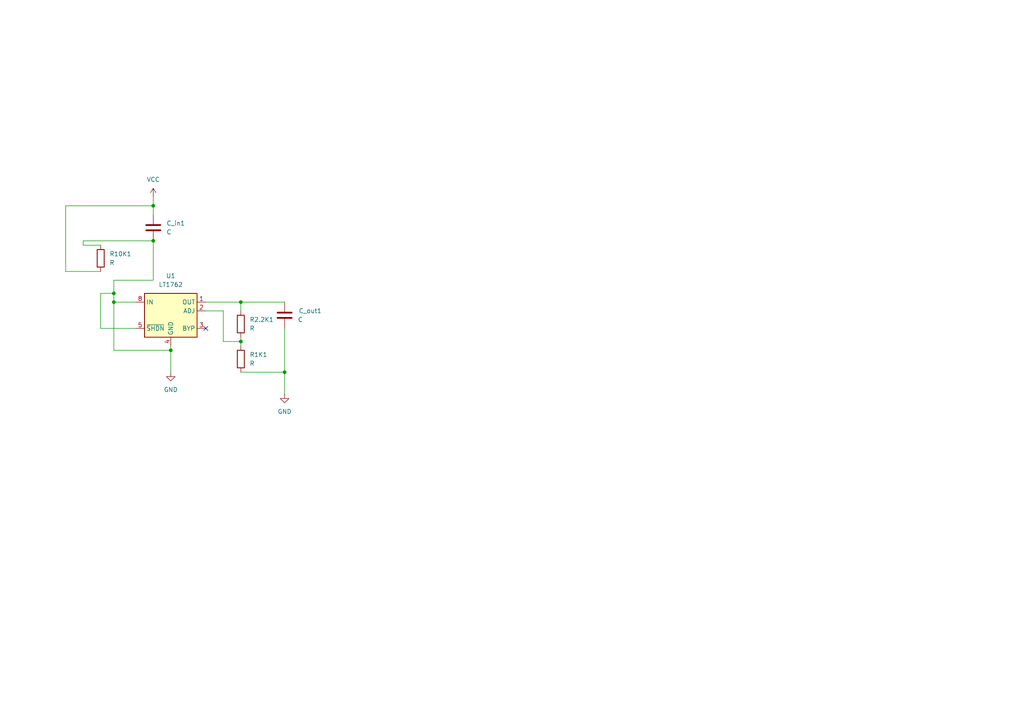
<source format=kicad_sch>
(kicad_sch
	(version 20250114)
	(generator "eeschema")
	(generator_version "9.0")
	(uuid "2c36fee4-2a44-4a35-8ff6-a7462af23801")
	(paper "A4")
	(title_block
		(title " LT1762")
		(date "13/05/25")
	)
	(lib_symbols
		(symbol "Device:C"
			(pin_numbers
				(hide yes)
			)
			(pin_names
				(offset 0.254)
			)
			(exclude_from_sim no)
			(in_bom yes)
			(on_board yes)
			(property "Reference" "C"
				(at 0.635 2.54 0)
				(effects
					(font
						(size 1.27 1.27)
					)
					(justify left)
				)
			)
			(property "Value" "C"
				(at 0.635 -2.54 0)
				(effects
					(font
						(size 1.27 1.27)
					)
					(justify left)
				)
			)
			(property "Footprint" ""
				(at 0.9652 -3.81 0)
				(effects
					(font
						(size 1.27 1.27)
					)
					(hide yes)
				)
			)
			(property "Datasheet" "~"
				(at 0 0 0)
				(effects
					(font
						(size 1.27 1.27)
					)
					(hide yes)
				)
			)
			(property "Description" "Unpolarized capacitor"
				(at 0 0 0)
				(effects
					(font
						(size 1.27 1.27)
					)
					(hide yes)
				)
			)
			(property "ki_keywords" "cap capacitor"
				(at 0 0 0)
				(effects
					(font
						(size 1.27 1.27)
					)
					(hide yes)
				)
			)
			(property "ki_fp_filters" "C_*"
				(at 0 0 0)
				(effects
					(font
						(size 1.27 1.27)
					)
					(hide yes)
				)
			)
			(symbol "C_0_1"
				(polyline
					(pts
						(xy -2.032 0.762) (xy 2.032 0.762)
					)
					(stroke
						(width 0.508)
						(type default)
					)
					(fill
						(type none)
					)
				)
				(polyline
					(pts
						(xy -2.032 -0.762) (xy 2.032 -0.762)
					)
					(stroke
						(width 0.508)
						(type default)
					)
					(fill
						(type none)
					)
				)
			)
			(symbol "C_1_1"
				(pin passive line
					(at 0 3.81 270)
					(length 2.794)
					(name "~"
						(effects
							(font
								(size 1.27 1.27)
							)
						)
					)
					(number "1"
						(effects
							(font
								(size 1.27 1.27)
							)
						)
					)
				)
				(pin passive line
					(at 0 -3.81 90)
					(length 2.794)
					(name "~"
						(effects
							(font
								(size 1.27 1.27)
							)
						)
					)
					(number "2"
						(effects
							(font
								(size 1.27 1.27)
							)
						)
					)
				)
			)
			(embedded_fonts no)
		)
		(symbol "Device:R"
			(pin_numbers
				(hide yes)
			)
			(pin_names
				(offset 0)
			)
			(exclude_from_sim no)
			(in_bom yes)
			(on_board yes)
			(property "Reference" "R"
				(at 2.032 0 90)
				(effects
					(font
						(size 1.27 1.27)
					)
				)
			)
			(property "Value" "R"
				(at 0 0 90)
				(effects
					(font
						(size 1.27 1.27)
					)
				)
			)
			(property "Footprint" ""
				(at -1.778 0 90)
				(effects
					(font
						(size 1.27 1.27)
					)
					(hide yes)
				)
			)
			(property "Datasheet" "~"
				(at 0 0 0)
				(effects
					(font
						(size 1.27 1.27)
					)
					(hide yes)
				)
			)
			(property "Description" "Resistor"
				(at 0 0 0)
				(effects
					(font
						(size 1.27 1.27)
					)
					(hide yes)
				)
			)
			(property "ki_keywords" "R res resistor"
				(at 0 0 0)
				(effects
					(font
						(size 1.27 1.27)
					)
					(hide yes)
				)
			)
			(property "ki_fp_filters" "R_*"
				(at 0 0 0)
				(effects
					(font
						(size 1.27 1.27)
					)
					(hide yes)
				)
			)
			(symbol "R_0_1"
				(rectangle
					(start -1.016 -2.54)
					(end 1.016 2.54)
					(stroke
						(width 0.254)
						(type default)
					)
					(fill
						(type none)
					)
				)
			)
			(symbol "R_1_1"
				(pin passive line
					(at 0 3.81 270)
					(length 1.27)
					(name "~"
						(effects
							(font
								(size 1.27 1.27)
							)
						)
					)
					(number "1"
						(effects
							(font
								(size 1.27 1.27)
							)
						)
					)
				)
				(pin passive line
					(at 0 -3.81 90)
					(length 1.27)
					(name "~"
						(effects
							(font
								(size 1.27 1.27)
							)
						)
					)
					(number "2"
						(effects
							(font
								(size 1.27 1.27)
							)
						)
					)
				)
			)
			(embedded_fonts no)
		)
		(symbol "Regulator_Linear:LT1762"
			(exclude_from_sim no)
			(in_bom yes)
			(on_board yes)
			(property "Reference" "U"
				(at -7.62 8.89 0)
				(effects
					(font
						(size 1.27 1.27)
					)
					(justify left)
				)
			)
			(property "Value" "LT1762"
				(at 1.27 -6.35 0)
				(effects
					(font
						(size 1.27 1.27)
					)
					(justify left)
				)
			)
			(property "Footprint" "Package_SO:MSOP-8_3x3mm_P0.65mm"
				(at 0 -8.89 0)
				(effects
					(font
						(size 1.27 1.27)
					)
					(hide yes)
				)
			)
			(property "Datasheet" "https://www.analog.com/media/en/technical-documentation/data-sheets/LT1762.pdf"
				(at 0 -13.97 0)
				(effects
					(font
						(size 1.27 1.27)
					)
					(hide yes)
				)
			)
			(property "Description" "150mA, Adjustable, Low Noise, Micropower LDO Regulator, MSOP-8"
				(at 0 0 0)
				(effects
					(font
						(size 1.27 1.27)
					)
					(hide yes)
				)
			)
			(property "ki_keywords" "LDO ADJ"
				(at 0 0 0)
				(effects
					(font
						(size 1.27 1.27)
					)
					(hide yes)
				)
			)
			(property "ki_fp_filters" "MSOP*3x3mm*P0.65mm*"
				(at 0 0 0)
				(effects
					(font
						(size 1.27 1.27)
					)
					(hide yes)
				)
			)
			(symbol "LT1762_0_1"
				(rectangle
					(start -7.62 7.62)
					(end 7.62 -5.08)
					(stroke
						(width 0.254)
						(type default)
					)
					(fill
						(type background)
					)
				)
			)
			(symbol "LT1762_1_1"
				(pin power_in line
					(at -10.16 5.08 0)
					(length 2.54)
					(name "IN"
						(effects
							(font
								(size 1.27 1.27)
							)
						)
					)
					(number "8"
						(effects
							(font
								(size 1.27 1.27)
							)
						)
					)
				)
				(pin input line
					(at -10.16 -2.54 0)
					(length 2.54)
					(name "~{SHDN}"
						(effects
							(font
								(size 1.27 1.27)
							)
						)
					)
					(number "5"
						(effects
							(font
								(size 1.27 1.27)
							)
						)
					)
				)
				(pin power_in line
					(at 0 -7.62 90)
					(length 2.54)
					(name "GND"
						(effects
							(font
								(size 1.27 1.27)
							)
						)
					)
					(number "4"
						(effects
							(font
								(size 1.27 1.27)
							)
						)
					)
				)
				(pin no_connect line
					(at 2.54 5.08 90)
					(length 2.54)
					(hide yes)
					(name "NC"
						(effects
							(font
								(size 1.27 1.27)
							)
						)
					)
					(number "6"
						(effects
							(font
								(size 1.27 1.27)
							)
						)
					)
				)
				(pin no_connect line
					(at 2.54 2.54 90)
					(length 2.54)
					(hide yes)
					(name "NC"
						(effects
							(font
								(size 1.27 1.27)
							)
						)
					)
					(number "7"
						(effects
							(font
								(size 1.27 1.27)
							)
						)
					)
				)
				(pin power_out line
					(at 10.16 5.08 180)
					(length 2.54)
					(name "OUT"
						(effects
							(font
								(size 1.27 1.27)
							)
						)
					)
					(number "1"
						(effects
							(font
								(size 1.27 1.27)
							)
						)
					)
				)
				(pin input line
					(at 10.16 2.54 180)
					(length 2.54)
					(name "ADJ"
						(effects
							(font
								(size 1.27 1.27)
							)
						)
					)
					(number "2"
						(effects
							(font
								(size 1.27 1.27)
							)
						)
					)
				)
				(pin passive line
					(at 10.16 -2.54 180)
					(length 2.54)
					(name "BYP"
						(effects
							(font
								(size 1.27 1.27)
							)
						)
					)
					(number "3"
						(effects
							(font
								(size 1.27 1.27)
							)
						)
					)
				)
			)
			(embedded_fonts no)
		)
		(symbol "power:GND"
			(power)
			(pin_numbers
				(hide yes)
			)
			(pin_names
				(offset 0)
				(hide yes)
			)
			(exclude_from_sim no)
			(in_bom yes)
			(on_board yes)
			(property "Reference" "#PWR"
				(at 0 -6.35 0)
				(effects
					(font
						(size 1.27 1.27)
					)
					(hide yes)
				)
			)
			(property "Value" "GND"
				(at 0 -3.81 0)
				(effects
					(font
						(size 1.27 1.27)
					)
				)
			)
			(property "Footprint" ""
				(at 0 0 0)
				(effects
					(font
						(size 1.27 1.27)
					)
					(hide yes)
				)
			)
			(property "Datasheet" ""
				(at 0 0 0)
				(effects
					(font
						(size 1.27 1.27)
					)
					(hide yes)
				)
			)
			(property "Description" "Power symbol creates a global label with name \"GND\" , ground"
				(at 0 0 0)
				(effects
					(font
						(size 1.27 1.27)
					)
					(hide yes)
				)
			)
			(property "ki_keywords" "global power"
				(at 0 0 0)
				(effects
					(font
						(size 1.27 1.27)
					)
					(hide yes)
				)
			)
			(symbol "GND_0_1"
				(polyline
					(pts
						(xy 0 0) (xy 0 -1.27) (xy 1.27 -1.27) (xy 0 -2.54) (xy -1.27 -1.27) (xy 0 -1.27)
					)
					(stroke
						(width 0)
						(type default)
					)
					(fill
						(type none)
					)
				)
			)
			(symbol "GND_1_1"
				(pin power_in line
					(at 0 0 270)
					(length 0)
					(name "~"
						(effects
							(font
								(size 1.27 1.27)
							)
						)
					)
					(number "1"
						(effects
							(font
								(size 1.27 1.27)
							)
						)
					)
				)
			)
			(embedded_fonts no)
		)
		(symbol "power:VCC"
			(power)
			(pin_numbers
				(hide yes)
			)
			(pin_names
				(offset 0)
				(hide yes)
			)
			(exclude_from_sim no)
			(in_bom yes)
			(on_board yes)
			(property "Reference" "#PWR"
				(at 0 -3.81 0)
				(effects
					(font
						(size 1.27 1.27)
					)
					(hide yes)
				)
			)
			(property "Value" "VCC"
				(at 0 3.556 0)
				(effects
					(font
						(size 1.27 1.27)
					)
				)
			)
			(property "Footprint" ""
				(at 0 0 0)
				(effects
					(font
						(size 1.27 1.27)
					)
					(hide yes)
				)
			)
			(property "Datasheet" ""
				(at 0 0 0)
				(effects
					(font
						(size 1.27 1.27)
					)
					(hide yes)
				)
			)
			(property "Description" "Power symbol creates a global label with name \"VCC\""
				(at 0 0 0)
				(effects
					(font
						(size 1.27 1.27)
					)
					(hide yes)
				)
			)
			(property "ki_keywords" "global power"
				(at 0 0 0)
				(effects
					(font
						(size 1.27 1.27)
					)
					(hide yes)
				)
			)
			(symbol "VCC_0_1"
				(polyline
					(pts
						(xy -0.762 1.27) (xy 0 2.54)
					)
					(stroke
						(width 0)
						(type default)
					)
					(fill
						(type none)
					)
				)
				(polyline
					(pts
						(xy 0 2.54) (xy 0.762 1.27)
					)
					(stroke
						(width 0)
						(type default)
					)
					(fill
						(type none)
					)
				)
				(polyline
					(pts
						(xy 0 0) (xy 0 2.54)
					)
					(stroke
						(width 0)
						(type default)
					)
					(fill
						(type none)
					)
				)
			)
			(symbol "VCC_1_1"
				(pin power_in line
					(at 0 0 90)
					(length 0)
					(name "~"
						(effects
							(font
								(size 1.27 1.27)
							)
						)
					)
					(number "1"
						(effects
							(font
								(size 1.27 1.27)
							)
						)
					)
				)
			)
			(embedded_fonts no)
		)
	)
	(junction
		(at 82.55 107.95)
		(diameter 0)
		(color 0 0 0 0)
		(uuid "043552bd-8b2a-49d5-91a8-c14f99f18337")
	)
	(junction
		(at 33.02 87.63)
		(diameter 0)
		(color 0 0 0 0)
		(uuid "158c518c-80b3-47eb-9cf2-24defcc4edb4")
	)
	(junction
		(at 44.45 59.69)
		(diameter 0)
		(color 0 0 0 0)
		(uuid "28a351f8-4585-4294-babc-92e4439d9a0d")
	)
	(junction
		(at 33.02 85.09)
		(diameter 0)
		(color 0 0 0 0)
		(uuid "732f72bc-f702-499a-a783-3734de90d587")
	)
	(junction
		(at 49.53 101.6)
		(diameter 0)
		(color 0 0 0 0)
		(uuid "765f233a-0845-4ef7-b5f6-88bc1b829a6b")
	)
	(junction
		(at 44.45 69.85)
		(diameter 0)
		(color 0 0 0 0)
		(uuid "7b3d614f-7cfb-4b2e-907a-e5d5960317f0")
	)
	(junction
		(at 69.85 87.63)
		(diameter 0)
		(color 0 0 0 0)
		(uuid "92607e52-f1a7-4a38-87c3-227df5aad677")
	)
	(junction
		(at 69.85 99.06)
		(diameter 0)
		(color 0 0 0 0)
		(uuid "fe6df9e7-0416-425d-9072-fb9e23fc36f1")
	)
	(no_connect
		(at 59.69 95.25)
		(uuid "4210f0a5-650e-4a40-8232-f39ca099d80d")
	)
	(wire
		(pts
			(xy 69.85 87.63) (xy 82.55 87.63)
		)
		(stroke
			(width 0)
			(type default)
		)
		(uuid "00c13514-8738-41b2-ba9f-a060e59c7572")
	)
	(wire
		(pts
			(xy 33.02 101.6) (xy 49.53 101.6)
		)
		(stroke
			(width 0)
			(type default)
		)
		(uuid "02fef935-41a0-4928-8fba-ac6a62a96c51")
	)
	(wire
		(pts
			(xy 33.02 87.63) (xy 39.37 87.63)
		)
		(stroke
			(width 0)
			(type default)
		)
		(uuid "05fd4e00-8b54-40a0-96a1-fa39ca07d073")
	)
	(wire
		(pts
			(xy 29.21 85.09) (xy 33.02 85.09)
		)
		(stroke
			(width 0)
			(type default)
		)
		(uuid "05ffc9d3-d934-434b-ac0e-9273e21d3822")
	)
	(wire
		(pts
			(xy 64.77 99.06) (xy 69.85 99.06)
		)
		(stroke
			(width 0)
			(type default)
		)
		(uuid "0c381ca8-e9b7-4334-838f-2a28080fed17")
	)
	(wire
		(pts
			(xy 49.53 101.6) (xy 49.53 107.95)
		)
		(stroke
			(width 0)
			(type default)
		)
		(uuid "0db5cfd5-f28a-43b0-82ed-11c8b697cc47")
	)
	(wire
		(pts
			(xy 29.21 95.25) (xy 29.21 85.09)
		)
		(stroke
			(width 0)
			(type default)
		)
		(uuid "10161997-c7a2-489a-bd2e-2f326aee3623")
	)
	(wire
		(pts
			(xy 59.69 90.17) (xy 64.77 90.17)
		)
		(stroke
			(width 0)
			(type default)
		)
		(uuid "160adee9-febb-4082-8533-3dcb73435124")
	)
	(wire
		(pts
			(xy 24.13 69.85) (xy 44.45 69.85)
		)
		(stroke
			(width 0)
			(type default)
		)
		(uuid "25e895cb-6e2d-493f-a98f-ac6df5ea0882")
	)
	(wire
		(pts
			(xy 69.85 97.79) (xy 69.85 99.06)
		)
		(stroke
			(width 0)
			(type default)
		)
		(uuid "2714e0fc-afd2-4359-99f1-8b1c2ad9957d")
	)
	(wire
		(pts
			(xy 69.85 99.06) (xy 69.85 100.33)
		)
		(stroke
			(width 0)
			(type default)
		)
		(uuid "27303867-4af6-4bfa-b766-04428ca4a4ea")
	)
	(wire
		(pts
			(xy 59.69 87.63) (xy 69.85 87.63)
		)
		(stroke
			(width 0)
			(type default)
		)
		(uuid "2a75497a-4d8e-41e9-82de-6e4c33c2dd75")
	)
	(wire
		(pts
			(xy 33.02 81.28) (xy 33.02 85.09)
		)
		(stroke
			(width 0)
			(type default)
		)
		(uuid "3cd23a09-0c11-409a-8694-4d2bf1e2631f")
	)
	(wire
		(pts
			(xy 69.85 107.95) (xy 82.55 107.95)
		)
		(stroke
			(width 0)
			(type default)
		)
		(uuid "4ad68a14-f2e3-416b-b2d7-0d0642333325")
	)
	(wire
		(pts
			(xy 49.53 100.33) (xy 49.53 101.6)
		)
		(stroke
			(width 0)
			(type default)
		)
		(uuid "57fc1dca-aefe-4418-a5e4-17397420a88a")
	)
	(wire
		(pts
			(xy 64.77 90.17) (xy 64.77 99.06)
		)
		(stroke
			(width 0)
			(type default)
		)
		(uuid "5c2887dd-c46b-4faf-bbd6-a7eb4589a547")
	)
	(wire
		(pts
			(xy 82.55 107.95) (xy 82.55 114.3)
		)
		(stroke
			(width 0)
			(type default)
		)
		(uuid "5dc39777-a7b7-444d-a212-5fd9238a99d1")
	)
	(wire
		(pts
			(xy 44.45 81.28) (xy 33.02 81.28)
		)
		(stroke
			(width 0)
			(type default)
		)
		(uuid "5ecdf08b-d0d8-4032-a9d8-a71431a5ca73")
	)
	(wire
		(pts
			(xy 19.05 78.74) (xy 19.05 59.69)
		)
		(stroke
			(width 0)
			(type default)
		)
		(uuid "62903b4f-051e-41bb-b154-911c63d67be2")
	)
	(wire
		(pts
			(xy 69.85 90.17) (xy 69.85 87.63)
		)
		(stroke
			(width 0)
			(type default)
		)
		(uuid "6997ab48-ccc7-4435-906d-d7ceaf542638")
	)
	(wire
		(pts
			(xy 24.13 71.12) (xy 24.13 69.85)
		)
		(stroke
			(width 0)
			(type default)
		)
		(uuid "7acd9173-1a47-40b7-98ef-5d3a3f9d7081")
	)
	(wire
		(pts
			(xy 33.02 87.63) (xy 33.02 101.6)
		)
		(stroke
			(width 0)
			(type default)
		)
		(uuid "8b78fbd0-0e5e-4ddc-beaa-a7281b172be5")
	)
	(wire
		(pts
			(xy 82.55 95.25) (xy 82.55 107.95)
		)
		(stroke
			(width 0)
			(type default)
		)
		(uuid "8ce12bdd-fdc2-4f12-85e6-5eef39d80798")
	)
	(wire
		(pts
			(xy 44.45 69.85) (xy 44.45 81.28)
		)
		(stroke
			(width 0)
			(type default)
		)
		(uuid "983904f2-779e-44d2-9366-bc38af071d8d")
	)
	(wire
		(pts
			(xy 39.37 95.25) (xy 29.21 95.25)
		)
		(stroke
			(width 0)
			(type default)
		)
		(uuid "9a09fa76-10d5-4e09-baf5-2c667f016dd0")
	)
	(wire
		(pts
			(xy 24.13 71.12) (xy 29.21 71.12)
		)
		(stroke
			(width 0)
			(type default)
		)
		(uuid "9b463de1-d414-4aac-b4e8-07087dd2d1f3")
	)
	(wire
		(pts
			(xy 29.21 78.74) (xy 19.05 78.74)
		)
		(stroke
			(width 0)
			(type default)
		)
		(uuid "a3505f96-80a9-4112-b24c-8d1217ab8ecb")
	)
	(wire
		(pts
			(xy 33.02 85.09) (xy 33.02 87.63)
		)
		(stroke
			(width 0)
			(type default)
		)
		(uuid "b6de04cf-e87c-4284-a5b8-592225b6144d")
	)
	(wire
		(pts
			(xy 44.45 59.69) (xy 44.45 62.23)
		)
		(stroke
			(width 0)
			(type default)
		)
		(uuid "b833ebef-37de-4a49-8c2e-2428e133eb56")
	)
	(wire
		(pts
			(xy 44.45 57.15) (xy 44.45 59.69)
		)
		(stroke
			(width 0)
			(type default)
		)
		(uuid "e24ada5d-fc45-4f25-9291-ef07410ea6ab")
	)
	(wire
		(pts
			(xy 19.05 59.69) (xy 44.45 59.69)
		)
		(stroke
			(width 0)
			(type default)
		)
		(uuid "e75275d1-86de-4be3-9863-336b050fc296")
	)
	(symbol
		(lib_id "power:GND")
		(at 82.55 114.3 0)
		(unit 1)
		(exclude_from_sim no)
		(in_bom yes)
		(on_board yes)
		(dnp no)
		(fields_autoplaced yes)
		(uuid "0ce17f38-48c2-4f0c-9ac8-dd9ade788926")
		(property "Reference" "#PWR03"
			(at 82.55 120.65 0)
			(effects
				(font
					(size 1.27 1.27)
				)
				(hide yes)
			)
		)
		(property "Value" "GND"
			(at 82.55 119.38 0)
			(effects
				(font
					(size 1.27 1.27)
				)
			)
		)
		(property "Footprint" ""
			(at 82.55 114.3 0)
			(effects
				(font
					(size 1.27 1.27)
				)
				(hide yes)
			)
		)
		(property "Datasheet" ""
			(at 82.55 114.3 0)
			(effects
				(font
					(size 1.27 1.27)
				)
				(hide yes)
			)
		)
		(property "Description" "Power symbol creates a global label with name \"GND\" , ground"
			(at 82.55 114.3 0)
			(effects
				(font
					(size 1.27 1.27)
				)
				(hide yes)
			)
		)
		(pin "1"
			(uuid "d889821f-138e-4902-a72d-d47d5420b575")
		)
		(instances
			(project ""
				(path "/2c36fee4-2a44-4a35-8ff6-a7462af23801"
					(reference "#PWR03")
					(unit 1)
				)
			)
		)
	)
	(symbol
		(lib_id "Device:R")
		(at 69.85 93.98 0)
		(unit 1)
		(exclude_from_sim no)
		(in_bom yes)
		(on_board yes)
		(dnp no)
		(fields_autoplaced yes)
		(uuid "1f2b3257-a8b3-49b3-8eb2-a34281293dc0")
		(property "Reference" "R2.2K1"
			(at 72.39 92.7099 0)
			(effects
				(font
					(size 1.27 1.27)
				)
				(justify left)
			)
		)
		(property "Value" "R"
			(at 72.39 95.2499 0)
			(effects
				(font
					(size 1.27 1.27)
				)
				(justify left)
			)
		)
		(property "Footprint" ""
			(at 68.072 93.98 90)
			(effects
				(font
					(size 1.27 1.27)
				)
				(hide yes)
			)
		)
		(property "Datasheet" "~"
			(at 69.85 93.98 0)
			(effects
				(font
					(size 1.27 1.27)
				)
				(hide yes)
			)
		)
		(property "Description" "Resistor"
			(at 69.85 93.98 0)
			(effects
				(font
					(size 1.27 1.27)
				)
				(hide yes)
			)
		)
		(pin "1"
			(uuid "5d02cf28-5b4d-42b3-9032-0806e01cc23c")
		)
		(pin "2"
			(uuid "87df1a10-5c3b-4a3f-be2b-dc77eb0f4787")
		)
		(instances
			(project ""
				(path "/2c36fee4-2a44-4a35-8ff6-a7462af23801"
					(reference "R2.2K1")
					(unit 1)
				)
			)
		)
	)
	(symbol
		(lib_id "Device:C")
		(at 44.45 66.04 0)
		(unit 1)
		(exclude_from_sim no)
		(in_bom yes)
		(on_board yes)
		(dnp no)
		(fields_autoplaced yes)
		(uuid "2f3a3578-93a1-41cb-999b-4f77b61f1f8f")
		(property "Reference" "C_in1"
			(at 48.26 64.7699 0)
			(effects
				(font
					(size 1.27 1.27)
				)
				(justify left)
			)
		)
		(property "Value" "C"
			(at 48.26 67.3099 0)
			(effects
				(font
					(size 1.27 1.27)
				)
				(justify left)
			)
		)
		(property "Footprint" ""
			(at 45.4152 69.85 0)
			(effects
				(font
					(size 1.27 1.27)
				)
				(hide yes)
			)
		)
		(property "Datasheet" "~"
			(at 44.45 66.04 0)
			(effects
				(font
					(size 1.27 1.27)
				)
				(hide yes)
			)
		)
		(property "Description" "Unpolarized capacitor"
			(at 44.45 66.04 0)
			(effects
				(font
					(size 1.27 1.27)
				)
				(hide yes)
			)
		)
		(pin "1"
			(uuid "f300661a-371c-4572-bce7-93ace20c7918")
		)
		(pin "2"
			(uuid "db7f513d-ef50-4bf4-9461-6426d9a4cf6e")
		)
		(instances
			(project ""
				(path "/2c36fee4-2a44-4a35-8ff6-a7462af23801"
					(reference "C_in1")
					(unit 1)
				)
			)
		)
	)
	(symbol
		(lib_id "power:VCC")
		(at 44.45 57.15 0)
		(unit 1)
		(exclude_from_sim no)
		(in_bom yes)
		(on_board yes)
		(dnp no)
		(fields_autoplaced yes)
		(uuid "6e31a11a-a69a-45e7-b9a2-3cab6fbe118b")
		(property "Reference" "#PWR01"
			(at 44.45 60.96 0)
			(effects
				(font
					(size 1.27 1.27)
				)
				(hide yes)
			)
		)
		(property "Value" "VCC"
			(at 44.45 52.07 0)
			(effects
				(font
					(size 1.27 1.27)
				)
			)
		)
		(property "Footprint" ""
			(at 44.45 57.15 0)
			(effects
				(font
					(size 1.27 1.27)
				)
				(hide yes)
			)
		)
		(property "Datasheet" ""
			(at 44.45 57.15 0)
			(effects
				(font
					(size 1.27 1.27)
				)
				(hide yes)
			)
		)
		(property "Description" "Power symbol creates a global label with name \"VCC\""
			(at 44.45 57.15 0)
			(effects
				(font
					(size 1.27 1.27)
				)
				(hide yes)
			)
		)
		(pin "1"
			(uuid "be1534e0-5f6e-4abf-a915-58f6bd001cbc")
		)
		(instances
			(project ""
				(path "/2c36fee4-2a44-4a35-8ff6-a7462af23801"
					(reference "#PWR01")
					(unit 1)
				)
			)
		)
	)
	(symbol
		(lib_id "Device:C")
		(at 82.55 91.44 0)
		(unit 1)
		(exclude_from_sim no)
		(in_bom yes)
		(on_board yes)
		(dnp no)
		(uuid "b0528eb8-b6fb-4ed3-ae5c-5767df7e7927")
		(property "Reference" "C_out1"
			(at 86.614 90.17 0)
			(effects
				(font
					(size 1.27 1.27)
				)
				(justify left)
			)
		)
		(property "Value" "C"
			(at 86.36 92.7099 0)
			(effects
				(font
					(size 1.27 1.27)
				)
				(justify left)
			)
		)
		(property "Footprint" ""
			(at 83.5152 95.25 0)
			(effects
				(font
					(size 1.27 1.27)
				)
				(hide yes)
			)
		)
		(property "Datasheet" "~"
			(at 82.55 91.44 0)
			(effects
				(font
					(size 1.27 1.27)
				)
				(hide yes)
			)
		)
		(property "Description" "Unpolarized capacitor"
			(at 82.55 91.44 0)
			(effects
				(font
					(size 1.27 1.27)
				)
				(hide yes)
			)
		)
		(pin "1"
			(uuid "780fe57d-1e79-4b20-af97-f0459f061688")
		)
		(pin "2"
			(uuid "7a4f6ad6-f728-480e-9ff8-f49a63435a33")
		)
		(instances
			(project ""
				(path "/2c36fee4-2a44-4a35-8ff6-a7462af23801"
					(reference "C_out1")
					(unit 1)
				)
			)
		)
	)
	(symbol
		(lib_id "Regulator_Linear:LT1762")
		(at 49.53 92.71 0)
		(unit 1)
		(exclude_from_sim no)
		(in_bom yes)
		(on_board yes)
		(dnp no)
		(fields_autoplaced yes)
		(uuid "c63ffbd8-b070-4bb4-8919-f3c5d711c192")
		(property "Reference" "U1"
			(at 49.53 80.01 0)
			(effects
				(font
					(size 1.27 1.27)
				)
			)
		)
		(property "Value" "LT1762"
			(at 49.53 82.55 0)
			(effects
				(font
					(size 1.27 1.27)
				)
			)
		)
		(property "Footprint" "Package_SO:MSOP-8_3x3mm_P0.65mm"
			(at 49.53 101.6 0)
			(effects
				(font
					(size 1.27 1.27)
				)
				(hide yes)
			)
		)
		(property "Datasheet" "https://www.analog.com/media/en/technical-documentation/data-sheets/LT1762.pdf"
			(at 49.53 106.68 0)
			(effects
				(font
					(size 1.27 1.27)
				)
				(hide yes)
			)
		)
		(property "Description" "150mA, Adjustable, Low Noise, Micropower LDO Regulator, MSOP-8"
			(at 49.53 92.71 0)
			(effects
				(font
					(size 1.27 1.27)
				)
				(hide yes)
			)
		)
		(pin "8"
			(uuid "11fdddf7-b173-4912-b435-cb78b64ff748")
		)
		(pin "7"
			(uuid "818fe627-6837-41c9-a258-d066bf3d941f")
		)
		(pin "5"
			(uuid "7160a16e-e477-4fd8-bd86-4531d956924e")
		)
		(pin "4"
			(uuid "85125ca2-1e59-4de5-ac96-0ac121815311")
		)
		(pin "6"
			(uuid "63f80e47-a72d-4622-bcc0-b750f816474b")
		)
		(pin "1"
			(uuid "41ba924c-dd44-466f-8f66-98a4c964466f")
		)
		(pin "2"
			(uuid "2bc0ddf0-408a-4ae2-8159-611eb5a87fb6")
		)
		(pin "3"
			(uuid "56db3d09-61b6-4fae-8181-73793bdf3d5c")
		)
		(instances
			(project ""
				(path "/2c36fee4-2a44-4a35-8ff6-a7462af23801"
					(reference "U1")
					(unit 1)
				)
			)
		)
	)
	(symbol
		(lib_id "Device:R")
		(at 29.21 74.93 0)
		(unit 1)
		(exclude_from_sim no)
		(in_bom yes)
		(on_board yes)
		(dnp no)
		(fields_autoplaced yes)
		(uuid "d8dc866c-97ec-4d8e-9202-bf9100b15e8e")
		(property "Reference" "R10K1"
			(at 31.75 73.6599 0)
			(effects
				(font
					(size 1.27 1.27)
				)
				(justify left)
			)
		)
		(property "Value" "R"
			(at 31.75 76.1999 0)
			(effects
				(font
					(size 1.27 1.27)
				)
				(justify left)
			)
		)
		(property "Footprint" ""
			(at 27.432 74.93 90)
			(effects
				(font
					(size 1.27 1.27)
				)
				(hide yes)
			)
		)
		(property "Datasheet" "~"
			(at 29.21 74.93 0)
			(effects
				(font
					(size 1.27 1.27)
				)
				(hide yes)
			)
		)
		(property "Description" "Resistor"
			(at 29.21 74.93 0)
			(effects
				(font
					(size 1.27 1.27)
				)
				(hide yes)
			)
		)
		(pin "1"
			(uuid "f60f6f07-6545-4aff-8dc9-9fedea064fca")
		)
		(pin "2"
			(uuid "d41d3a2b-5113-4734-b0fc-83b0b80199d8")
		)
		(instances
			(project ""
				(path "/2c36fee4-2a44-4a35-8ff6-a7462af23801"
					(reference "R10K1")
					(unit 1)
				)
			)
		)
	)
	(symbol
		(lib_id "Device:R")
		(at 69.85 104.14 0)
		(unit 1)
		(exclude_from_sim no)
		(in_bom yes)
		(on_board yes)
		(dnp no)
		(fields_autoplaced yes)
		(uuid "e6262614-abac-4c6d-8ff8-d27d60fec99b")
		(property "Reference" "R1K1"
			(at 72.39 102.8699 0)
			(effects
				(font
					(size 1.27 1.27)
				)
				(justify left)
			)
		)
		(property "Value" "R"
			(at 72.39 105.4099 0)
			(effects
				(font
					(size 1.27 1.27)
				)
				(justify left)
			)
		)
		(property "Footprint" ""
			(at 68.072 104.14 90)
			(effects
				(font
					(size 1.27 1.27)
				)
				(hide yes)
			)
		)
		(property "Datasheet" "~"
			(at 69.85 104.14 0)
			(effects
				(font
					(size 1.27 1.27)
				)
				(hide yes)
			)
		)
		(property "Description" "Resistor"
			(at 69.85 104.14 0)
			(effects
				(font
					(size 1.27 1.27)
				)
				(hide yes)
			)
		)
		(pin "1"
			(uuid "160126fa-f869-4e24-ae67-93e7896817b2")
		)
		(pin "2"
			(uuid "7040f2c4-e509-4fa0-aa23-1d52032c4462")
		)
		(instances
			(project ""
				(path "/2c36fee4-2a44-4a35-8ff6-a7462af23801"
					(reference "R1K1")
					(unit 1)
				)
			)
		)
	)
	(symbol
		(lib_id "power:GND")
		(at 49.53 107.95 0)
		(unit 1)
		(exclude_from_sim no)
		(in_bom yes)
		(on_board yes)
		(dnp no)
		(fields_autoplaced yes)
		(uuid "fe6100fe-cf81-4ecf-aa40-04508fe9e157")
		(property "Reference" "#PWR02"
			(at 49.53 114.3 0)
			(effects
				(font
					(size 1.27 1.27)
				)
				(hide yes)
			)
		)
		(property "Value" "GND"
			(at 49.53 113.03 0)
			(effects
				(font
					(size 1.27 1.27)
				)
			)
		)
		(property "Footprint" ""
			(at 49.53 107.95 0)
			(effects
				(font
					(size 1.27 1.27)
				)
				(hide yes)
			)
		)
		(property "Datasheet" ""
			(at 49.53 107.95 0)
			(effects
				(font
					(size 1.27 1.27)
				)
				(hide yes)
			)
		)
		(property "Description" "Power symbol creates a global label with name \"GND\" , ground"
			(at 49.53 107.95 0)
			(effects
				(font
					(size 1.27 1.27)
				)
				(hide yes)
			)
		)
		(pin "1"
			(uuid "733b092c-66d4-48bd-b5bb-e32149374404")
		)
		(instances
			(project ""
				(path "/2c36fee4-2a44-4a35-8ff6-a7462af23801"
					(reference "#PWR02")
					(unit 1)
				)
			)
		)
	)
	(sheet_instances
		(path "/"
			(page "1")
		)
	)
	(embedded_fonts no)
)

</source>
